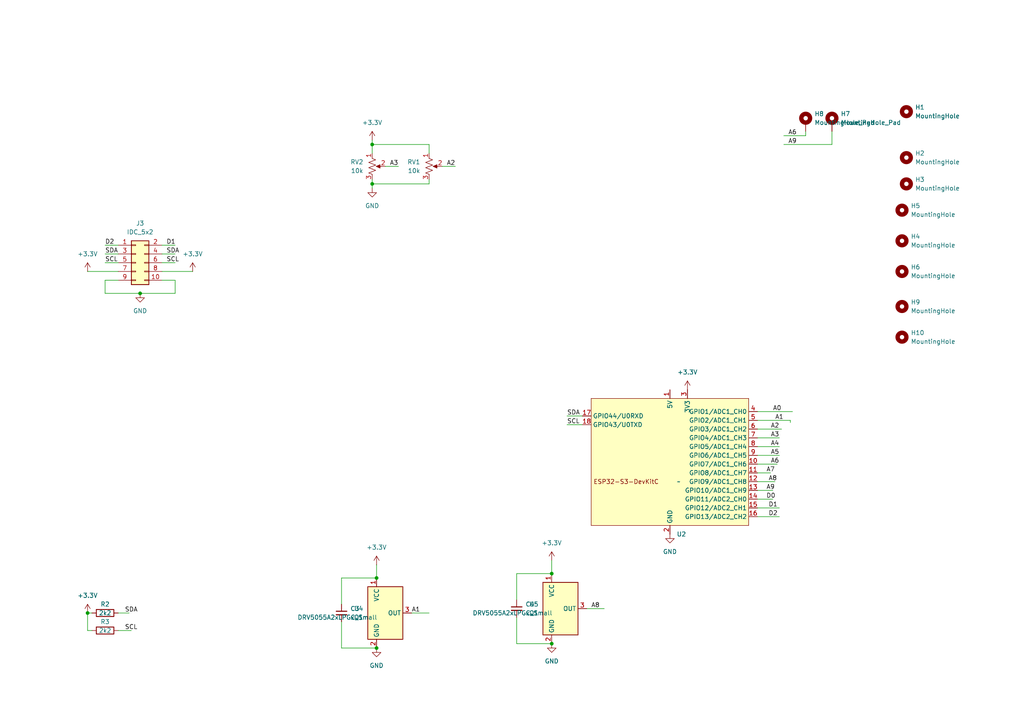
<source format=kicad_sch>
(kicad_sch (version 20231120) (generator "eeschema") (generator_version "8.0")
  (paper "A4")
  (lib_symbols
    (symbol "+3.3V_1" (power) (pin_numbers hide) (pin_names (offset 0) hide)
      (property "Value" "+3.3V" (at 0 3.556 0))
      (symbol "+3.3V_1_0_1"
        (polyline (pts (xy -0.762 1.27) (xy 0 2.54)))
        (polyline (pts (xy 0 0) (xy 0 2.54)))
        (polyline (pts (xy 0 2.54) (xy 0.762 1.27)))
      )
      (symbol "+3.3V_1_1_1"
        (pin power_in line (at 0 0 90) (length 0) (name "~") (number "1"))
      )
    )
    (symbol "+3.3V_2" (power) (pin_numbers hide) (pin_names (offset 0) hide)
      (property "Value" "+3.3V" (at 0 3.556 0))
      (symbol "+3.3V_2_0_1"
        (polyline (pts (xy -0.762 1.27) (xy 0 2.54)))
        (polyline (pts (xy 0 0) (xy 0 2.54)))
        (polyline (pts (xy 0 2.54) (xy 0.762 1.27)))
      )
      (symbol "+3.3V_2_1_1"
        (pin power_in line (at 0 0 90) (length 0) (name "~") (number "1"))
      )
    )
    (symbol "Connector_Generic:Conn_02x05_Odd_Even" (pin_names (offset 1.016) hide)
      (property "Reference" "J" (at 1.27 7.62 0))
      (property "Value" "Conn_02x05_Odd_Even" (at 1.27 -7.62 0))
      (symbol "Conn_02x05_Odd_Even_1_1"
        (rectangle (start -1.27 -4.953) (end 0 -5.207) (stroke (width 0.1524)))
        (rectangle (start -1.27 -2.413) (end 0 -2.667) (stroke (width 0.1524)))
        (rectangle (start -1.27 0.127) (end 0 -0.127) (stroke (width 0.1524)))
        (rectangle (start -1.27 2.667) (end 0 2.413) (stroke (width 0.1524)))
        (rectangle (start -1.27 5.207) (end 0 4.953) (stroke (width 0.1524)))
        (rectangle (start -1.27 6.35) (end 3.81 -6.35) (stroke (width 0.254)) (fill (type background)))
        (rectangle (start 3.81 -4.953) (end 2.54 -5.207) (stroke (width 0.1524)))
        (rectangle (start 3.81 -2.413) (end 2.54 -2.667) (stroke (width 0.1524)))
        (rectangle (start 3.81 0.127) (end 2.54 -0.127) (stroke (width 0.1524)))
        (rectangle (start 3.81 2.667) (end 2.54 2.413) (stroke (width 0.1524)))
        (rectangle (start 3.81 5.207) (end 2.54 4.953) (stroke (width 0.1524)))
        (pin passive line (at -5.08 5.08 0) (length 3.81) (name "Pin_1") (number "1"))
        (pin passive line (at 7.62 -5.08 180) (length 3.81) (name "Pin_10") (number "10"))
        (pin passive line (at 7.62 5.08 180) (length 3.81) (name "Pin_2") (number "2"))
        (pin passive line (at -5.08 2.54 0) (length 3.81) (name "Pin_3") (number "3"))
        (pin passive line (at 7.62 2.54 180) (length 3.81) (name "Pin_4") (number "4"))
        (pin passive line (at -5.08 0 0) (length 3.81) (name "Pin_5") (number "5"))
        (pin passive line (at 7.62 0 180) (length 3.81) (name "Pin_6") (number "6"))
        (pin passive line (at -5.08 -2.54 0) (length 3.81) (name "Pin_7") (number "7"))
        (pin passive line (at 7.62 -2.54 180) (length 3.81) (name "Pin_8") (number "8"))
        (pin passive line (at -5.08 -5.08 0) (length 3.81) (name "Pin_9") (number "9"))
      )
    )
    (symbol "Device:C_Small" (pin_numbers hide) (pin_names (offset 0.254) hide)
      (property "Reference" "C" (at 0.254 1.778 0))
      (property "Value" "C_Small" (at 0.254 -2.032 0))
      (symbol "C_Small_0_1"
        (polyline (pts (xy -1.524 -0.508) (xy 1.524 -0.508)) (stroke (width 0.3302)))
        (polyline (pts (xy -1.524 0.508) (xy 1.524 0.508)) (stroke (width 0.3048)))
      )
      (symbol "C_Small_1_1"
        (pin passive line (at 0 2.54 270) (length 2.032) (name "~") (number "1"))
        (pin passive line (at 0 -2.54 90) (length 2.032) (name "~") (number "2"))
      )
    )
    (symbol "Device:R" (pin_numbers hide) (pin_names (offset 0))
      (property "Reference" "R" (at 2.032 0 90))
      (property "Value" "R" (at 0 0 90))
      (symbol "R_0_1"
        (rectangle (start -1.016 -2.54) (end 1.016 2.54) (stroke (width 0.254)))
      )
      (symbol "R_1_1"
        (pin passive line (at 0 3.81 270) (length 1.27) (name "~") (number "1"))
        (pin passive line (at 0 -3.81 90) (length 1.27) (name "~") (number "2"))
      )
    )
    (symbol "Device:R_Potentiometer_US" (pin_names (offset 1.016) hide)
      (property "Reference" "RV" (at -4.445 0 90))
      (property "Value" "R_Potentiometer_US" (at -2.54 0 90))
      (symbol "R_Potentiometer_US_0_1"
        (polyline (pts (xy 0 -2.286) (xy 0 -2.54)))
        (polyline (pts (xy 0 2.54) (xy 0 2.286)))
        (polyline (pts (xy 2.54 0) (xy 1.524 0)))
        (polyline (pts (xy 1.143 0) (xy 2.286 0.508) (xy 2.286 -0.508) (xy 1.143 0)) (fill (type outline)))
        (polyline (pts (xy 0 -0.762) (xy 1.016 -1.143) (xy 0 -1.524) (xy -1.016 -1.905) (xy 0 -2.286)))
        (polyline (pts (xy 0 0.762) (xy 1.016 0.381) (xy 0 0) (xy -1.016 -0.381) (xy 0 -0.762)))
        (polyline (pts (xy 0 2.286) (xy 1.016 1.905) (xy 0 1.524) (xy -1.016 1.143) (xy 0 0.762)))
      )
      (symbol "R_Potentiometer_US_1_1"
        (pin passive line (at 0 3.81 270) (length 1.27) (name "1") (number "1"))
        (pin passive line (at 3.81 0 180) (length 1.27) (name "2") (number "2"))
        (pin passive line (at 0 -3.81 90) (length 1.27) (name "3") (number "3"))
      )
    )
    (symbol "GND_1" (power) (pin_numbers hide) (pin_names (offset 0) hide)
      (property "Value" "GND" (at 0 -3.81 0))
      (symbol "GND_1_0_1"
        (polyline (pts (xy 0 0) (xy 0 -1.27) (xy 1.27 -1.27) (xy 0 -2.54) (xy -1.27 -1.27) (xy 0 -1.27)))
      )
      (symbol "GND_1_1_1"
        (pin power_in line (at 0 0 270) (length 0) (name "~") (number "1"))
      )
    )
    (symbol "GND_2" (power) (pin_numbers hide) (pin_names (offset 0) hide)
      (property "Value" "GND" (at 0 -3.81 0))
      (symbol "GND_2_0_1"
        (polyline (pts (xy 0 0) (xy 0 -1.27) (xy 1.27 -1.27) (xy 0 -2.54) (xy -1.27 -1.27) (xy 0 -1.27)))
      )
      (symbol "GND_2_1_1"
        (pin power_in line (at 0 0 270) (length 0) (name "~") (number "1"))
      )
    )
    (symbol "Mechanical:MountingHole" (pin_names (offset 1.016))
      (property "Reference" "H" (at 0 5.08 0))
      (property "Value" "MountingHole" (at 0 3.175 0))
      (symbol "MountingHole_0_1"
        (circle (center 0 0) (radius 1.27) (stroke (width 1.27)))
      )
    )
    (symbol "Mechanical:MountingHole_Pad" (pin_numbers hide) (pin_names (offset 1.016) hide) (exclude_from_sim yes) (in_bom no)
      (property "Reference" "H" (at 0 6.35 0))
      (property "Value" "MountingHole_Pad" (at 0 4.445 0))
      (symbol "MountingHole_Pad_0_1"
        (circle (center 0 1.27) (radius 1.27) (stroke (width 1.27)))
      )
      (symbol "MountingHole_Pad_1_1"
        (pin input line (at 0 -2.54 90) (length 2.54) (name "1") (number "1"))
      )
    )
    (symbol "Sensor_Magnetic:DRV5055A2xLPGxQ1"
      (property "Reference" "U" (at 5.08 12.7 0))
      (property "Value" "DRV5055A2xLPGxQ1" (at 7.62 10.16 0))
      (symbol "DRV5055A2xLPGxQ1_1_1"
        (rectangle (start -5.08 7.62) (end 5.08 -7.62) (stroke (width 0.254)) (fill (type background)))
        (pin power_in line (at -2.54 10.16 270) (length 2.54) (name "VCC") (number "1"))
        (pin power_in line (at -2.54 -10.16 90) (length 2.54) (name "GND") (number "2"))
        (pin output line (at 7.62 0 180) (length 2.54) (name "OUT") (number "3"))
      )
    )
    (symbol "hattwick:Wifiduino-ESP32S3"
      (property "Reference" "U" (at -22.86 46.99 0))
      (symbol "Wifiduino-ESP32S3_0_0"
        (text "ESP32-S3-DevKitC" (at -15.24 0 0) (effects (font (size 1.27 1.27))))
      )
      (symbol "Wifiduino-ESP32S3_0_1"
        (rectangle (start -25.4 24.13) (end 20.32 -12.7) (fill (type background)))
      )
      (symbol "Wifiduino-ESP32S3_1_0"
        (pin bidirectional line (at 22.86 -10.16 180) (length 2.54) (name "GPIO13/ADC2_CH2") (number "16"))
        (pin bidirectional line (at -27.94 19.05 0) (length 2.54) (name "GPIO44/U0RXD") (number "17"))
        (pin bidirectional line (at -27.94 16.51 0) (length 2.54) (name "GPIO43/U0TXD") (number "18"))
        (pin power_in line (at -2.54 -15.24 90) (length 2.54) (name "GND") (number "2"))
        (pin bidirectional line (at 22.86 20.32 180) (length 2.54) (name "GPIO1/ADC1_CH0") (number "4"))
        (pin bidirectional line (at 22.86 17.78 180) (length 2.54) (name "GPIO2/ADC1_CH1") (number "5"))
      )
      (symbol "Wifiduino-ESP32S3_1_1"
        (pin power_in line (at -2.54 26.67 270) (length 2.54) (name "5V") (number "1"))
        (pin bidirectional line (at 22.86 5.08 180) (length 2.54) (name "GPIO7/ADC1_CH6") (number "10"))
        (pin bidirectional line (at 22.86 2.54 180) (length 2.54) (name "GPIO8/ADC1_CH7") (number "11"))
        (pin bidirectional line (at 22.86 0 180) (length 2.54) (name "GPIO9/ADC1_CH8") (number "12"))
        (pin bidirectional line (at 22.86 -2.54 180) (length 2.54) (name "GPIO10/ADC1_CH9") (number "13"))
        (pin bidirectional line (at 22.86 -5.08 180) (length 2.54) (name "GPIO11/ADC2_CH0") (number "14"))
        (pin bidirectional line (at 22.86 -7.62 180) (length 2.54) (name "GPIO12/ADC2_CH1") (number "15"))
        (pin power_in line (at 2.54 26.67 270) (length 2.54) (name "3V3") (number "3"))
        (pin bidirectional line (at 22.86 15.24 180) (length 2.54) (name "GPIO3/ADC1_CH2") (number "6"))
        (pin bidirectional line (at 22.86 12.7 180) (length 2.54) (name "GPIO4/ADC1_CH3") (number "7"))
        (pin bidirectional line (at 22.86 10.16 180) (length 2.54) (name "GPIO5/ADC1_CH4") (number "8"))
        (pin bidirectional line (at 22.86 7.62 180) (length 2.54) (name "GPIO6/ADC1_CH5") (number "9"))
      )
    )
    (symbol "power:+3.3V" (power) (pin_names (offset 0))
      (property "Value" "+3.3V" (at 0 3.556 0))
      (symbol "+3.3V_0_1"
        (polyline (pts (xy -0.762 1.27) (xy 0 2.54)))
        (polyline (pts (xy 0 0) (xy 0 2.54)))
        (polyline (pts (xy 0 2.54) (xy 0.762 1.27)))
      )
      (symbol "+3.3V_1_1"
        (pin power_in line (at 0 0 90) (length 0) hide (name "+3.3V") (number "1"))
      )
    )
    (symbol "power:GND" (power) (pin_names (offset 0))
      (property "Value" "GND" (at 0 -3.81 0))
      (symbol "GND_0_1"
        (polyline (pts (xy 0 0) (xy 0 -1.27) (xy 1.27 -1.27) (xy 0 -2.54) (xy -1.27 -1.27) (xy 0 -1.27)))
      )
      (symbol "GND_1_1"
        (pin power_in line (at 0 0 270) (length 0) hide (name "GND") (number "1"))
      )
    )
  )
  (junction (at 40.64 85.09))
  (junction (at 109.22 187.96))
  (junction (at 25.4 177.8))
  (junction (at 160.02 166.37))
  (junction (at 107.95 53.34))
  (junction (at 160.02 186.69))
  (junction (at 109.22 167.64))
  (junction (at 107.95 41.91))
  (wire (pts (xy 107.95 53.34) (xy 107.95 54.61)))
  (wire (pts (xy 119.38 177.8) (xy 124.46 177.8)))
  (wire (pts (xy 219.71 134.62) (xy 225.425 134.62)))
  (wire (pts (xy 219.71 144.78) (xy 224.155 144.78)))
  (wire (pts (xy 219.71 121.92) (xy 229.235 121.92)))
  (wire (pts (xy 219.71 129.54) (xy 226.06 129.54)))
  (wire (pts (xy 229.235 121.92) (xy 229.235 122.555)))
  (wire (pts (xy 30.48 85.09) (xy 40.64 85.09)))
  (wire (pts (xy 107.95 40.64) (xy 107.95 41.91)))
  (wire (pts (xy 219.71 139.7) (xy 224.79 139.7)))
  (wire (pts (xy 40.64 85.09) (xy 50.8 85.09)))
  (wire (pts (xy 25.4 78.74) (xy 34.29 78.74)))
  (wire (pts (xy 107.95 41.91) (xy 107.95 44.45)))
  (wire (pts (xy 34.29 177.8) (xy 37.465 177.8)))
  (wire (pts (xy 219.71 124.46) (xy 226.695 124.46)))
  (wire (pts (xy 233.68 38.1) (xy 233.68 39.37)))
  (wire (pts (xy 149.86 166.37) (xy 160.02 166.37)))
  (wire (pts (xy 164.465 123.19) (xy 168.91 123.19)))
  (wire (pts (xy 107.95 53.34) (xy 124.46 53.34)))
  (wire (pts (xy 219.71 119.38) (xy 229.87 119.38)))
  (wire (pts (xy 219.71 137.16) (xy 223.52 137.16)))
  (wire (pts (xy 46.99 78.74) (xy 55.88 78.74)))
  (wire (pts (xy 30.48 76.2) (xy 34.29 76.2)))
  (wire (pts (xy 164.465 120.65) (xy 168.91 120.65)))
  (wire (pts (xy 128.27 48.26) (xy 132.08 48.26)))
  (wire (pts (xy 25.4 177.8) (xy 26.67 177.8)))
  (wire (pts (xy 46.99 73.66) (xy 50.8 73.66)))
  (wire (pts (xy 25.4 182.88) (xy 26.67 182.88)))
  (wire (pts (xy 109.22 163.83) (xy 109.22 167.64)))
  (wire (pts (xy 30.48 73.66) (xy 34.29 73.66)))
  (wire (pts (xy 124.46 44.45) (xy 124.46 41.91)))
  (wire (pts (xy 46.99 71.12) (xy 50.8 71.12)))
  (wire (pts (xy 50.8 85.09) (xy 50.8 81.28)))
  (wire (pts (xy 25.4 177.8) (xy 25.4 182.88)))
  (wire (pts (xy 46.99 81.28) (xy 50.8 81.28)))
  (wire (pts (xy 99.06 187.96) (xy 109.22 187.96)))
  (wire (pts (xy 107.95 41.91) (xy 124.46 41.91)))
  (wire (pts (xy 99.06 167.64) (xy 109.22 167.64)))
  (wire (pts (xy 99.06 180.34) (xy 99.06 187.96)))
  (wire (pts (xy 227.33 39.37) (xy 233.68 39.37)))
  (wire (pts (xy 219.71 127) (xy 226.06 127)))
  (wire (pts (xy 149.86 186.69) (xy 160.02 186.69)))
  (wire (pts (xy 219.71 142.24) (xy 224.155 142.24)))
  (wire (pts (xy 30.48 71.12) (xy 34.29 71.12)))
  (wire (pts (xy 170.18 176.53) (xy 175.26 176.53)))
  (wire (pts (xy 160.02 162.56) (xy 160.02 166.37)))
  (wire (pts (xy 219.71 149.86) (xy 226.06 149.86)))
  (wire (pts (xy 124.46 52.07) (xy 124.46 53.34)))
  (wire (pts (xy 149.86 173.99) (xy 149.86 166.37)))
  (wire (pts (xy 241.3 38.1) (xy 241.3 41.91)))
  (wire (pts (xy 149.86 179.07) (xy 149.86 186.69)))
  (wire (pts (xy 219.71 132.08) (xy 226.06 132.08)))
  (wire (pts (xy 46.99 76.2) (xy 50.8 76.2)))
  (wire (pts (xy 30.48 81.28) (xy 30.48 85.09)))
  (wire (pts (xy 111.76 48.26) (xy 115.57 48.26)))
  (wire (pts (xy 219.71 147.32) (xy 226.06 147.32)))
  (wire (pts (xy 30.48 81.28) (xy 34.29 81.28)))
  (wire (pts (xy 34.29 182.88) (xy 38.1 182.88)))
  (wire (pts (xy 227.33 41.91) (xy 241.3 41.91)))
  (wire (pts (xy 99.06 175.26) (xy 99.06 167.64)))
  (wire (pts (xy 107.95 52.07) (xy 107.95 53.34)))
  (label "SDA" (at 30.48 73.66 0))
  (label "D2" (at 30.48 71.12 0))
  (label "A9" (at 222.25 142.24 0))
  (label "A4" (at 223.52 129.54 0))
  (label "A3" (at 113.03 48.26 0))
  (label "SDA" (at 36.195 177.8 0))
  (label "SCL" (at 164.465 123.19 0))
  (label "A2" (at 223.52 124.46 0))
  (label "A0" (at 224.155 119.38 0))
  (label "SCL" (at 36.195 182.88 0))
  (label "A8" (at 171.45 176.53 0))
  (label "A3" (at 223.52 127 0))
  (label "SDA" (at 164.465 120.65 0))
  (label "A2" (at 129.54 48.26 0))
  (label "A1" (at 119.38 177.8 0))
  (label "A9" (at 228.6 41.91 0))
  (label "A6" (at 228.6 39.37 0))
  (label "SCL" (at 30.48 76.2 0))
  (label "D1" (at 48.26 71.12 0))
  (label "D2" (at 222.885 149.86 0))
  (label "SDA" (at 48.26 73.66 0))
  (label "A8" (at 222.885 139.7 0))
  (label "A7" (at 222.25 137.16 0))
  (label "D1" (at 222.885 147.32 0))
  (label "D0" (at 222.25 144.78 0))
  (label "A6" (at 223.52 134.62 0))
  (label "SCL" (at 48.26 76.2 0))
  (label "A5" (at 223.52 132.08 0))
  (label "A1" (at 224.79 121.92 0))
  (symbol (lib_id "Mechanical:MountingHole") (at 261.62 69.85 0) (unit 1)
    (property "Reference" "H4" (at 264.16 68.58 0) (effects (justify left)))
    (property "Value" "MountingHole" (at 264.16 71.12 0) (effects (justify left)))
    (property "Footprint" "MountingHole:MountingHole_3.2mm_M3" (effects (hide yes)))
  )
  (symbol (lib_id "Device:R_Potentiometer_US") (at 107.95 48.26 0) (unit 1)
    (property "Reference" "RV2" (at 105.41 46.9899 0) (effects (justify right)))
    (property "Value" "10k" (at 105.41 49.5299 0) (effects (justify right)))
    (property "Footprint" "Potentiometer_THT:Potentiometer_Alps_RK09K_Single_Vertical" (effects (hide yes)))
    (property "Description" "Potentiometer, US symbol" (effects (hide yes)))
  )
  (symbol (lib_name "GND_1") (lib_id "power:GND") (at 109.22 187.96 0) (unit 1)
    (property "Reference" "#PWR08" (effects (hide yes)))
    (property "Value" "GND" (at 109.22 193.04 0))
    (property "Description" "Power symbol creates a global label with name \"GND\" , ground" (effects (hide yes)))
  )
  (symbol (lib_id "Sensor_Magnetic:DRV5055A2xLPGxQ1") (at 162.56 176.53 0) (unit 1)
    (property "Reference" "U5" (at 156.21 175.2599 0) (effects (justify right)))
    (property "Value" "DRV5055A2xLPGxQ1" (at 156.21 177.7999 0) (effects (justify right)))
    (property "Footprint" "ih_kicad:TO-92_flat" (effects (hide yes)))
    (property "Datasheet" "https://www.ti.com/lit/ds/symlink/drv5055-q1.pdf" (effects (hide yes)))
    (property "Description" "50 mV/mT,±42-mT, 20-kHz, 3.3/5V, TO-92" (effects (hide yes)))
  )
  (symbol (lib_name "+3.3V_1") (lib_id "power:+3.3V") (at 109.22 163.83 0) (unit 1)
    (property "Reference" "#PWR07" (effects (hide yes)))
    (property "Value" "+3.3V" (at 109.22 158.75 0))
    (property "Description" "Power symbol creates a global label with name \"+3.3V\"" (effects (hide yes)))
  )
  (symbol (lib_id "Mechanical:MountingHole") (at 261.62 78.74 0) (unit 1)
    (property "Reference" "H6" (at 264.16 77.47 0) (effects (justify left)))
    (property "Value" "MountingHole" (at 264.16 80.01 0) (effects (justify left)))
    (property "Footprint" "MountingHole:MountingHole_3.2mm_M3" (effects (hide yes)))
  )
  (symbol (lib_name "+3.3V_1") (lib_id "power:+3.3V") (at 160.02 162.56 0) (unit 1)
    (property "Reference" "#PWR09" (effects (hide yes)))
    (property "Value" "+3.3V" (at 160.02 157.48 0))
    (property "Description" "Power symbol creates a global label with name \"+3.3V\"" (effects (hide yes)))
  )
  (symbol (lib_id "Connector_Generic:Conn_02x05_Odd_Even") (at 39.37 76.2 0) (unit 1)
    (property "Reference" "J3" (at 40.64 64.77 0))
    (property "Value" "IDC_5x2" (at 40.64 67.31 0))
    (property "Footprint" "Connector_IDC:IDC-Header_2x05_P2.54mm_Vertical" (effects (hide yes)))
    (property "Description" "Generic connector, double row, 02x05, odd/even pin numbering scheme (row 1 odd numbers, row 2 even numbers), script generated (kicad-library-utils/schlib/autogen/connector/)" (effects (hide yes)))
  )
  (symbol (lib_id "Device:C_Small") (at 99.06 177.8 0) (unit 1)
    (property "Reference" "C3" (at 101.6 176.5362 0) (effects (justify left)))
    (property "Value" "C_Small" (at 101.6 179.0762 0) (effects (justify left)))
    (property "Footprint" "Capacitor_THT:C_Disc_D6.0mm_W2.5mm_P5.00mm" (effects (hide yes)))
    (property "Description" "Unpolarized capacitor, small symbol" (effects (hide yes)))
  )
  (symbol (lib_id "Device:R") (at 30.48 177.8 90) (unit 1)
    (property "Reference" "R2" (at 30.48 175.26 90))
    (property "Value" "2k2" (at 30.48 177.8 90))
    (property "Footprint" "Resistor_THT:R_Axial_DIN0204_L3.6mm_D1.6mm_P7.62mm_Horizontal" (effects (hide yes)))
  )
  (symbol (lib_id "Mechanical:MountingHole") (at 262.89 45.72 0) (unit 1)
    (property "Reference" "H2" (at 265.43 44.45 0) (effects (justify left)))
    (property "Value" "MountingHole" (at 265.43 46.99 0) (effects (justify left)))
    (property "Footprint" "MountingHole:MountingHole_4.3mm_M4" (effects (hide yes)))
  )
  (symbol (lib_id "Sensor_Magnetic:DRV5055A2xLPGxQ1") (at 111.76 177.8 0) (unit 1)
    (property "Reference" "U4" (at 105.41 176.5299 0) (effects (justify right)))
    (property "Value" "DRV5055A2xLPGxQ1" (at 105.41 179.0699 0) (effects (justify right)))
    (property "Footprint" "ih_kicad:TO-92_flat" (effects (hide yes)))
    (property "Datasheet" "https://www.ti.com/lit/ds/symlink/drv5055-q1.pdf" (effects (hide yes)))
    (property "Description" "50 mV/mT,±42-mT, 20-kHz, 3.3/5V, TO-92" (effects (hide yes)))
  )
  (symbol (lib_name "+3.3V_2") (lib_id "power:+3.3V") (at 25.4 177.8 0) (unit 1)
    (property "Reference" "#PWR03" (effects (hide yes)))
    (property "Value" "+3.3V" (at 25.4 172.72 0))
    (property "Description" "Power symbol creates a global label with name \"+3.3V\"" (effects (hide yes)))
  )
  (symbol (lib_name "+3.3V_2") (lib_id "power:+3.3V") (at 107.95 40.64 0) (unit 1)
    (property "Reference" "#PWR04" (effects (hide yes)))
    (property "Value" "+3.3V" (at 107.95 35.56 0))
    (property "Description" "Power symbol creates a global label with name \"+3.3V\"" (effects (hide yes)))
  )
  (symbol (lib_name "GND_2") (lib_id "power:GND") (at 107.95 54.61 0) (unit 1)
    (property "Reference" "#PWR05" (effects (hide yes)))
    (property "Value" "GND" (at 107.95 59.69 0))
    (property "Description" "Power symbol creates a global label with name \"GND\" , ground" (effects (hide yes)))
  )
  (symbol (lib_id "Device:R") (at 30.48 182.88 90) (unit 1)
    (property "Reference" "R3" (at 30.48 180.34 90))
    (property "Value" "2k2" (at 30.48 182.88 90))
    (property "Footprint" "Resistor_THT:R_Axial_DIN0204_L3.6mm_D1.6mm_P7.62mm_Horizontal" (effects (hide yes)))
  )
  (symbol (lib_id "Mechanical:MountingHole") (at 261.62 60.96 0) (unit 1)
    (property "Reference" "H5" (at 264.16 59.69 0) (effects (justify left)))
    (property "Value" "MountingHole" (at 264.16 62.23 0) (effects (justify left)))
    (property "Footprint" "MountingHole:MountingHole_4.3mm_M4" (effects (hide yes)))
  )
  (symbol (lib_id "Device:C_Small") (at 149.86 176.53 0) (unit 1)
    (property "Reference" "C4" (at 152.4 175.2662 0) (effects (justify left)))
    (property "Value" "C_Small" (at 152.4 177.8062 0) (effects (justify left)))
    (property "Footprint" "Capacitor_THT:C_Disc_D6.0mm_W2.5mm_P5.00mm" (effects (hide yes)))
    (property "Description" "Unpolarized capacitor, small symbol" (effects (hide yes)))
  )
  (symbol (lib_id "hattwick:Wifiduino-ESP32S3") (at 196.85 139.7 0) (unit 1)
    (property "Reference" "U2" (at 196.2659 154.94 0) (effects (justify left)))
    (property "Value" "~" (at 196.85 139.7 0))
    (property "Footprint" "ih_kicad:Wifiduino-ESP32S3-SMD" (effects (hide yes)))
  )
  (symbol (lib_name "+3.3V_2") (lib_id "power:+3.3V") (at 55.88 78.74 0) (unit 1)
    (property "Reference" "#PWR012" (effects (hide yes)))
    (property "Value" "+3.3V" (at 55.88 73.66 0))
    (property "Description" "Power symbol creates a global label with name \"+3.3V\"" (effects (hide yes)))
  )
  (symbol (lib_id "Mechanical:MountingHole") (at 261.62 97.79 0) (unit 1)
    (property "Reference" "H10" (at 264.16 96.52 0) (effects (justify left)))
    (property "Value" "MountingHole" (at 264.16 99.06 0) (effects (justify left)))
    (property "Footprint" "MountingHole:MountingHole_3.2mm_M3" (effects (hide yes)))
  )
  (symbol (lib_id "Mechanical:MountingHole") (at 262.89 53.34 0) (unit 1)
    (property "Reference" "H3" (at 265.43 52.07 0) (effects (justify left)))
    (property "Value" "MountingHole" (at 265.43 54.61 0) (effects (justify left)))
    (property "Footprint" "MountingHole:MountingHole_4.3mm_M4" (effects (hide yes)))
  )
  (symbol (lib_id "power:+3.3V") (at 199.39 113.03 0) (unit 1)
    (property "Reference" "#PWR02" (effects (hide yes)))
    (property "Value" "+3.3V" (at 199.39 107.95 0))
  )
  (symbol (lib_name "GND_2") (lib_id "power:GND") (at 40.64 85.09 0) (unit 1)
    (property "Reference" "#PWR06" (effects (hide yes)))
    (property "Value" "GND" (at 40.64 90.17 0))
    (property "Description" "Power symbol creates a global label with name \"GND\" , ground" (effects (hide yes)))
  )
  (symbol (lib_id "power:GND") (at 194.31 154.94 0) (unit 1)
    (property "Reference" "#PWR01" (effects (hide yes)))
    (property "Value" "GND" (at 194.31 160.02 0))
  )
  (symbol (lib_name "GND_1") (lib_id "power:GND") (at 160.02 186.69 0) (unit 1)
    (property "Reference" "#PWR010" (effects (hide yes)))
    (property "Value" "GND" (at 160.02 191.77 0))
    (property "Description" "Power symbol creates a global label with name \"GND\" , ground" (effects (hide yes)))
  )
  (symbol (lib_id "Mechanical:MountingHole_Pad") (at 241.3 35.56 0) (unit 1) (exclude_from_sim yes) (in_bom no)
    (property "Reference" "H7" (at 243.84 33.0199 0) (effects (justify left)))
    (property "Value" "MountingHole_Pad" (at 243.84 35.5599 0) (effects (justify left)))
    (property "Footprint" "MountingHole:MountingHole_6.4mm_M6_DIN965_Pad_TopBottom" (effects (hide yes)))
    (property "Description" "Mounting Hole with connection" (effects (hide yes)))
  )
  (symbol (lib_id "Mechanical:MountingHole") (at 262.89 32.385 0) (unit 1)
    (property "Reference" "H1" (at 265.43 31.115 0) (effects (justify left)))
    (property "Value" "MountingHole" (at 265.43 33.655 0) (effects (justify left)))
    (property "Footprint" "MountingHole:MountingHole_4.3mm_M4" (effects (hide yes)))
  )
  (symbol (lib_id "Device:R_Potentiometer_US") (at 124.46 48.26 0) (unit 1)
    (property "Reference" "RV1" (at 121.92 46.9899 0) (effects (justify right)))
    (property "Value" "10k" (at 121.92 49.5299 0) (effects (justify right)))
    (property "Footprint" "Potentiometer_THT:Potentiometer_Alps_RK09K_Single_Vertical" (effects (hide yes)))
    (property "Description" "Potentiometer, US symbol" (effects (hide yes)))
  )
  (symbol (lib_id "Mechanical:MountingHole_Pad") (at 233.68 35.56 0) (unit 1) (exclude_from_sim yes) (in_bom no)
    (property "Reference" "H8" (at 236.22 33.0199 0) (effects (justify left)))
    (property "Value" "MountingHole_Pad" (at 236.22 35.5599 0) (effects (justify left)))
    (property "Footprint" "MountingHole:MountingHole_6.4mm_M6_DIN965_Pad_TopBottom" (effects (hide yes)))
    (property "Description" "Mounting Hole with connection" (effects (hide yes)))
  )
  (symbol (lib_name "+3.3V_2") (lib_id "power:+3.3V") (at 25.4 78.74 0) (unit 1)
    (property "Reference" "#PWR011" (effects (hide yes)))
    (property "Value" "+3.3V" (at 25.4 73.66 0))
    (property "Description" "Power symbol creates a global label with name \"+3.3V\"" (effects (hide yes)))
  )
  (symbol (lib_id "Mechanical:MountingHole") (at 261.62 88.9 0) (unit 1)
    (property "Reference" "H9" (at 264.16 87.63 0) (effects (justify left)))
    (property "Value" "MountingHole" (at 264.16 90.17 0) (effects (justify left)))
    (property "Footprint" "MountingHole:MountingHole_3.2mm_M3" (effects (hide yes)))
  )
)
</source>
